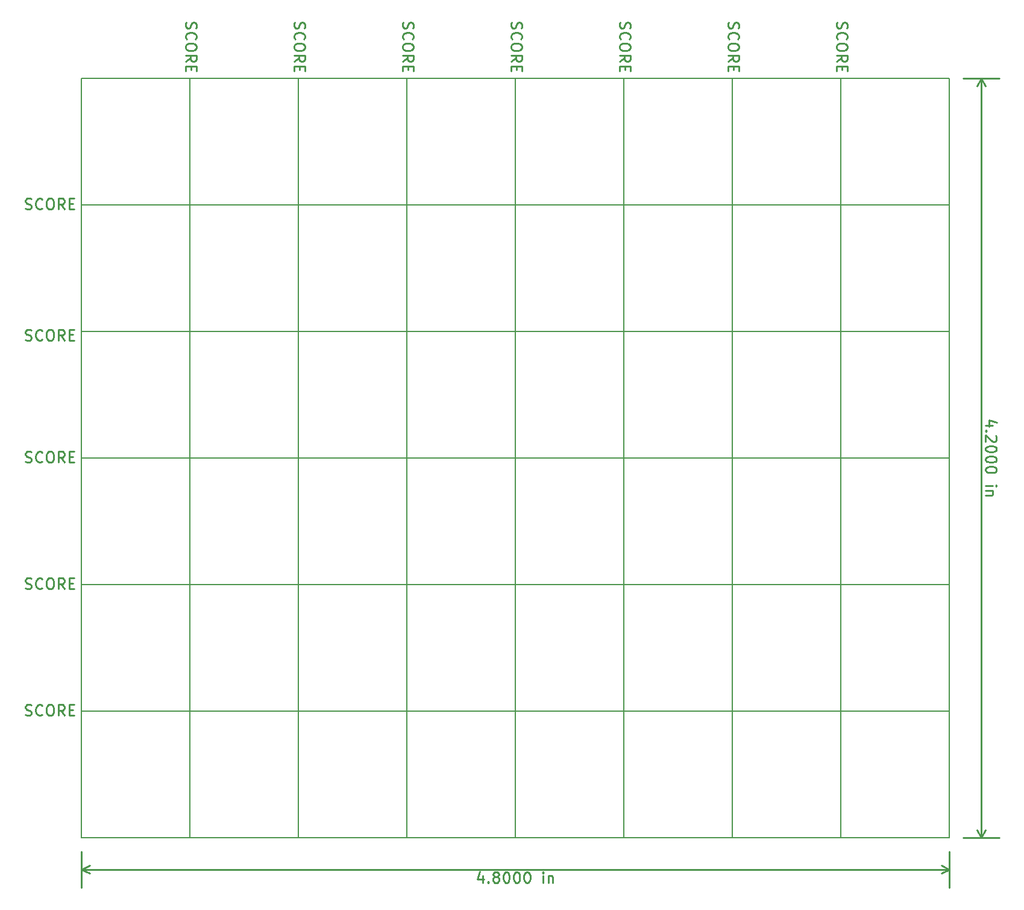
<source format=gbr>
G04 (created by PCBNEW (2013-07-07 BZR 4022)-stable) date 11/9/2013 6:45:55 PM*
%MOIN*%
G04 Gerber Fmt 3.4, Leading zero omitted, Abs format*
%FSLAX34Y34*%
G01*
G70*
G90*
G04 APERTURE LIST*
%ADD10C,0.006*%
%ADD11C,0.01*%
%ADD12C,0.005*%
G04 APERTURE END LIST*
G54D10*
G54D11*
X31935Y-76842D02*
X31935Y-77242D01*
X31792Y-76614D02*
X31650Y-77042D01*
X32021Y-77042D01*
X32250Y-77185D02*
X32278Y-77214D01*
X32250Y-77242D01*
X32221Y-77214D01*
X32250Y-77185D01*
X32250Y-77242D01*
X32621Y-76899D02*
X32564Y-76871D01*
X32535Y-76842D01*
X32507Y-76785D01*
X32507Y-76757D01*
X32535Y-76699D01*
X32564Y-76671D01*
X32621Y-76642D01*
X32735Y-76642D01*
X32792Y-76671D01*
X32821Y-76699D01*
X32850Y-76757D01*
X32850Y-76785D01*
X32821Y-76842D01*
X32792Y-76871D01*
X32735Y-76899D01*
X32621Y-76899D01*
X32564Y-76928D01*
X32535Y-76957D01*
X32507Y-77014D01*
X32507Y-77128D01*
X32535Y-77185D01*
X32564Y-77214D01*
X32621Y-77242D01*
X32735Y-77242D01*
X32792Y-77214D01*
X32821Y-77185D01*
X32850Y-77128D01*
X32850Y-77014D01*
X32821Y-76957D01*
X32792Y-76928D01*
X32735Y-76899D01*
X33221Y-76642D02*
X33278Y-76642D01*
X33335Y-76671D01*
X33364Y-76699D01*
X33392Y-76757D01*
X33421Y-76871D01*
X33421Y-77014D01*
X33392Y-77128D01*
X33364Y-77185D01*
X33335Y-77214D01*
X33278Y-77242D01*
X33221Y-77242D01*
X33164Y-77214D01*
X33135Y-77185D01*
X33107Y-77128D01*
X33078Y-77014D01*
X33078Y-76871D01*
X33107Y-76757D01*
X33135Y-76699D01*
X33164Y-76671D01*
X33221Y-76642D01*
X33792Y-76642D02*
X33850Y-76642D01*
X33907Y-76671D01*
X33935Y-76699D01*
X33964Y-76757D01*
X33992Y-76871D01*
X33992Y-77014D01*
X33964Y-77128D01*
X33935Y-77185D01*
X33907Y-77214D01*
X33850Y-77242D01*
X33792Y-77242D01*
X33735Y-77214D01*
X33707Y-77185D01*
X33678Y-77128D01*
X33650Y-77014D01*
X33650Y-76871D01*
X33678Y-76757D01*
X33707Y-76699D01*
X33735Y-76671D01*
X33792Y-76642D01*
X34364Y-76642D02*
X34421Y-76642D01*
X34478Y-76671D01*
X34507Y-76699D01*
X34535Y-76757D01*
X34564Y-76871D01*
X34564Y-77014D01*
X34535Y-77128D01*
X34507Y-77185D01*
X34478Y-77214D01*
X34421Y-77242D01*
X34364Y-77242D01*
X34307Y-77214D01*
X34278Y-77185D01*
X34250Y-77128D01*
X34221Y-77014D01*
X34221Y-76871D01*
X34250Y-76757D01*
X34278Y-76699D01*
X34307Y-76671D01*
X34364Y-76642D01*
X35278Y-77242D02*
X35278Y-76842D01*
X35278Y-76642D02*
X35250Y-76671D01*
X35278Y-76699D01*
X35307Y-76671D01*
X35278Y-76642D01*
X35278Y-76699D01*
X35564Y-76842D02*
X35564Y-77242D01*
X35564Y-76899D02*
X35592Y-76871D01*
X35650Y-76842D01*
X35735Y-76842D01*
X35792Y-76871D01*
X35821Y-76928D01*
X35821Y-77242D01*
X9750Y-76499D02*
X57750Y-76499D01*
X9750Y-75500D02*
X9750Y-77499D01*
X57750Y-75500D02*
X57750Y-77499D01*
X57750Y-76499D02*
X57306Y-76730D01*
X57750Y-76499D02*
X57306Y-76269D01*
X9750Y-76499D02*
X10193Y-76730D01*
X9750Y-76499D02*
X10193Y-76269D01*
X60157Y-51935D02*
X59757Y-51935D01*
X60385Y-51792D02*
X59957Y-51650D01*
X59957Y-52021D01*
X59814Y-52250D02*
X59785Y-52278D01*
X59757Y-52250D01*
X59785Y-52221D01*
X59814Y-52250D01*
X59757Y-52250D01*
X60299Y-52507D02*
X60328Y-52535D01*
X60357Y-52592D01*
X60357Y-52735D01*
X60328Y-52792D01*
X60299Y-52821D01*
X60242Y-52850D01*
X60185Y-52850D01*
X60099Y-52821D01*
X59757Y-52478D01*
X59757Y-52850D01*
X60357Y-53221D02*
X60357Y-53278D01*
X60328Y-53335D01*
X60299Y-53364D01*
X60242Y-53392D01*
X60128Y-53421D01*
X59985Y-53421D01*
X59871Y-53392D01*
X59814Y-53364D01*
X59785Y-53335D01*
X59757Y-53278D01*
X59757Y-53221D01*
X59785Y-53164D01*
X59814Y-53135D01*
X59871Y-53107D01*
X59985Y-53078D01*
X60128Y-53078D01*
X60242Y-53107D01*
X60299Y-53135D01*
X60328Y-53164D01*
X60357Y-53221D01*
X60357Y-53792D02*
X60357Y-53850D01*
X60328Y-53907D01*
X60299Y-53935D01*
X60242Y-53964D01*
X60128Y-53992D01*
X59985Y-53992D01*
X59871Y-53964D01*
X59814Y-53935D01*
X59785Y-53907D01*
X59757Y-53850D01*
X59757Y-53792D01*
X59785Y-53735D01*
X59814Y-53707D01*
X59871Y-53678D01*
X59985Y-53650D01*
X60128Y-53650D01*
X60242Y-53678D01*
X60299Y-53707D01*
X60328Y-53735D01*
X60357Y-53792D01*
X60357Y-54364D02*
X60357Y-54421D01*
X60328Y-54478D01*
X60299Y-54507D01*
X60242Y-54535D01*
X60128Y-54564D01*
X59985Y-54564D01*
X59871Y-54535D01*
X59814Y-54507D01*
X59785Y-54478D01*
X59757Y-54421D01*
X59757Y-54364D01*
X59785Y-54307D01*
X59814Y-54278D01*
X59871Y-54250D01*
X59985Y-54221D01*
X60128Y-54221D01*
X60242Y-54250D01*
X60299Y-54278D01*
X60328Y-54307D01*
X60357Y-54364D01*
X59757Y-55278D02*
X60157Y-55278D01*
X60357Y-55278D02*
X60328Y-55250D01*
X60299Y-55278D01*
X60328Y-55307D01*
X60357Y-55278D01*
X60299Y-55278D01*
X60157Y-55564D02*
X59757Y-55564D01*
X60099Y-55564D02*
X60128Y-55592D01*
X60157Y-55650D01*
X60157Y-55735D01*
X60128Y-55792D01*
X60071Y-55821D01*
X59757Y-55821D01*
X59499Y-32750D02*
X59499Y-74750D01*
X58500Y-32750D02*
X60499Y-32750D01*
X58500Y-74750D02*
X60499Y-74750D01*
X59499Y-74750D02*
X59269Y-74306D01*
X59499Y-74750D02*
X59730Y-74306D01*
X59499Y-32750D02*
X59269Y-33193D01*
X59499Y-32750D02*
X59730Y-33193D01*
X33535Y-29642D02*
X33507Y-29728D01*
X33507Y-29871D01*
X33535Y-29928D01*
X33564Y-29957D01*
X33621Y-29985D01*
X33678Y-29985D01*
X33735Y-29957D01*
X33764Y-29928D01*
X33792Y-29871D01*
X33821Y-29757D01*
X33850Y-29700D01*
X33878Y-29671D01*
X33935Y-29642D01*
X33992Y-29642D01*
X34050Y-29671D01*
X34078Y-29700D01*
X34107Y-29757D01*
X34107Y-29900D01*
X34078Y-29985D01*
X33564Y-30585D02*
X33535Y-30557D01*
X33507Y-30471D01*
X33507Y-30414D01*
X33535Y-30328D01*
X33592Y-30271D01*
X33650Y-30242D01*
X33764Y-30214D01*
X33850Y-30214D01*
X33964Y-30242D01*
X34021Y-30271D01*
X34078Y-30328D01*
X34107Y-30414D01*
X34107Y-30471D01*
X34078Y-30557D01*
X34050Y-30585D01*
X34107Y-30957D02*
X34107Y-31071D01*
X34078Y-31128D01*
X34021Y-31185D01*
X33907Y-31214D01*
X33707Y-31214D01*
X33592Y-31185D01*
X33535Y-31128D01*
X33507Y-31071D01*
X33507Y-30957D01*
X33535Y-30900D01*
X33592Y-30842D01*
X33707Y-30814D01*
X33907Y-30814D01*
X34021Y-30842D01*
X34078Y-30900D01*
X34107Y-30957D01*
X33507Y-31814D02*
X33792Y-31614D01*
X33507Y-31471D02*
X34107Y-31471D01*
X34107Y-31700D01*
X34078Y-31757D01*
X34050Y-31785D01*
X33992Y-31814D01*
X33907Y-31814D01*
X33850Y-31785D01*
X33821Y-31757D01*
X33792Y-31700D01*
X33792Y-31471D01*
X33821Y-32071D02*
X33821Y-32271D01*
X33507Y-32357D02*
X33507Y-32071D01*
X34107Y-32071D01*
X34107Y-32357D01*
G54D12*
X33750Y-32750D02*
X57750Y-32750D01*
X57750Y-32750D02*
X57750Y-74750D01*
X57750Y-74750D02*
X33750Y-74750D01*
X39750Y-32750D02*
X39750Y-74750D01*
X45750Y-74750D02*
X45750Y-32750D01*
X51750Y-32750D02*
X51750Y-74750D01*
X33750Y-39750D02*
X57750Y-39750D01*
X57750Y-46750D02*
X33750Y-46750D01*
X33750Y-53750D02*
X57750Y-53750D01*
X57750Y-60750D02*
X33750Y-60750D01*
X33750Y-67750D02*
X57750Y-67750D01*
G54D11*
X39535Y-29642D02*
X39507Y-29728D01*
X39507Y-29871D01*
X39535Y-29928D01*
X39564Y-29957D01*
X39621Y-29985D01*
X39678Y-29985D01*
X39735Y-29957D01*
X39764Y-29928D01*
X39792Y-29871D01*
X39821Y-29757D01*
X39850Y-29700D01*
X39878Y-29671D01*
X39935Y-29642D01*
X39992Y-29642D01*
X40050Y-29671D01*
X40078Y-29700D01*
X40107Y-29757D01*
X40107Y-29900D01*
X40078Y-29985D01*
X39564Y-30585D02*
X39535Y-30557D01*
X39507Y-30471D01*
X39507Y-30414D01*
X39535Y-30328D01*
X39592Y-30271D01*
X39650Y-30242D01*
X39764Y-30214D01*
X39850Y-30214D01*
X39964Y-30242D01*
X40021Y-30271D01*
X40078Y-30328D01*
X40107Y-30414D01*
X40107Y-30471D01*
X40078Y-30557D01*
X40050Y-30585D01*
X40107Y-30957D02*
X40107Y-31071D01*
X40078Y-31128D01*
X40021Y-31185D01*
X39907Y-31214D01*
X39707Y-31214D01*
X39592Y-31185D01*
X39535Y-31128D01*
X39507Y-31071D01*
X39507Y-30957D01*
X39535Y-30900D01*
X39592Y-30842D01*
X39707Y-30814D01*
X39907Y-30814D01*
X40021Y-30842D01*
X40078Y-30900D01*
X40107Y-30957D01*
X39507Y-31814D02*
X39792Y-31614D01*
X39507Y-31471D02*
X40107Y-31471D01*
X40107Y-31700D01*
X40078Y-31757D01*
X40050Y-31785D01*
X39992Y-31814D01*
X39907Y-31814D01*
X39850Y-31785D01*
X39821Y-31757D01*
X39792Y-31700D01*
X39792Y-31471D01*
X39821Y-32071D02*
X39821Y-32271D01*
X39507Y-32357D02*
X39507Y-32071D01*
X40107Y-32071D01*
X40107Y-32357D01*
X45535Y-29642D02*
X45507Y-29728D01*
X45507Y-29871D01*
X45535Y-29928D01*
X45564Y-29957D01*
X45621Y-29985D01*
X45678Y-29985D01*
X45735Y-29957D01*
X45764Y-29928D01*
X45792Y-29871D01*
X45821Y-29757D01*
X45850Y-29700D01*
X45878Y-29671D01*
X45935Y-29642D01*
X45992Y-29642D01*
X46050Y-29671D01*
X46078Y-29700D01*
X46107Y-29757D01*
X46107Y-29900D01*
X46078Y-29985D01*
X45564Y-30585D02*
X45535Y-30557D01*
X45507Y-30471D01*
X45507Y-30414D01*
X45535Y-30328D01*
X45592Y-30271D01*
X45650Y-30242D01*
X45764Y-30214D01*
X45850Y-30214D01*
X45964Y-30242D01*
X46021Y-30271D01*
X46078Y-30328D01*
X46107Y-30414D01*
X46107Y-30471D01*
X46078Y-30557D01*
X46050Y-30585D01*
X46107Y-30957D02*
X46107Y-31071D01*
X46078Y-31128D01*
X46021Y-31185D01*
X45907Y-31214D01*
X45707Y-31214D01*
X45592Y-31185D01*
X45535Y-31128D01*
X45507Y-31071D01*
X45507Y-30957D01*
X45535Y-30900D01*
X45592Y-30842D01*
X45707Y-30814D01*
X45907Y-30814D01*
X46021Y-30842D01*
X46078Y-30900D01*
X46107Y-30957D01*
X45507Y-31814D02*
X45792Y-31614D01*
X45507Y-31471D02*
X46107Y-31471D01*
X46107Y-31700D01*
X46078Y-31757D01*
X46050Y-31785D01*
X45992Y-31814D01*
X45907Y-31814D01*
X45850Y-31785D01*
X45821Y-31757D01*
X45792Y-31700D01*
X45792Y-31471D01*
X45821Y-32071D02*
X45821Y-32271D01*
X45507Y-32357D02*
X45507Y-32071D01*
X46107Y-32071D01*
X46107Y-32357D01*
X51535Y-29642D02*
X51507Y-29728D01*
X51507Y-29871D01*
X51535Y-29928D01*
X51564Y-29957D01*
X51621Y-29985D01*
X51678Y-29985D01*
X51735Y-29957D01*
X51764Y-29928D01*
X51792Y-29871D01*
X51821Y-29757D01*
X51850Y-29700D01*
X51878Y-29671D01*
X51935Y-29642D01*
X51992Y-29642D01*
X52050Y-29671D01*
X52078Y-29700D01*
X52107Y-29757D01*
X52107Y-29900D01*
X52078Y-29985D01*
X51564Y-30585D02*
X51535Y-30557D01*
X51507Y-30471D01*
X51507Y-30414D01*
X51535Y-30328D01*
X51592Y-30271D01*
X51650Y-30242D01*
X51764Y-30214D01*
X51850Y-30214D01*
X51964Y-30242D01*
X52021Y-30271D01*
X52078Y-30328D01*
X52107Y-30414D01*
X52107Y-30471D01*
X52078Y-30557D01*
X52050Y-30585D01*
X52107Y-30957D02*
X52107Y-31071D01*
X52078Y-31128D01*
X52021Y-31185D01*
X51907Y-31214D01*
X51707Y-31214D01*
X51592Y-31185D01*
X51535Y-31128D01*
X51507Y-31071D01*
X51507Y-30957D01*
X51535Y-30900D01*
X51592Y-30842D01*
X51707Y-30814D01*
X51907Y-30814D01*
X52021Y-30842D01*
X52078Y-30900D01*
X52107Y-30957D01*
X51507Y-31814D02*
X51792Y-31614D01*
X51507Y-31471D02*
X52107Y-31471D01*
X52107Y-31700D01*
X52078Y-31757D01*
X52050Y-31785D01*
X51992Y-31814D01*
X51907Y-31814D01*
X51850Y-31785D01*
X51821Y-31757D01*
X51792Y-31700D01*
X51792Y-31471D01*
X51821Y-32071D02*
X51821Y-32271D01*
X51507Y-32357D02*
X51507Y-32071D01*
X52107Y-32071D01*
X52107Y-32357D01*
X27535Y-29642D02*
X27507Y-29728D01*
X27507Y-29871D01*
X27535Y-29928D01*
X27564Y-29957D01*
X27621Y-29985D01*
X27678Y-29985D01*
X27735Y-29957D01*
X27764Y-29928D01*
X27792Y-29871D01*
X27821Y-29757D01*
X27850Y-29700D01*
X27878Y-29671D01*
X27935Y-29642D01*
X27992Y-29642D01*
X28050Y-29671D01*
X28078Y-29700D01*
X28107Y-29757D01*
X28107Y-29900D01*
X28078Y-29985D01*
X27564Y-30585D02*
X27535Y-30557D01*
X27507Y-30471D01*
X27507Y-30414D01*
X27535Y-30328D01*
X27592Y-30271D01*
X27650Y-30242D01*
X27764Y-30214D01*
X27850Y-30214D01*
X27964Y-30242D01*
X28021Y-30271D01*
X28078Y-30328D01*
X28107Y-30414D01*
X28107Y-30471D01*
X28078Y-30557D01*
X28050Y-30585D01*
X28107Y-30957D02*
X28107Y-31071D01*
X28078Y-31128D01*
X28021Y-31185D01*
X27907Y-31214D01*
X27707Y-31214D01*
X27592Y-31185D01*
X27535Y-31128D01*
X27507Y-31071D01*
X27507Y-30957D01*
X27535Y-30900D01*
X27592Y-30842D01*
X27707Y-30814D01*
X27907Y-30814D01*
X28021Y-30842D01*
X28078Y-30900D01*
X28107Y-30957D01*
X27507Y-31814D02*
X27792Y-31614D01*
X27507Y-31471D02*
X28107Y-31471D01*
X28107Y-31700D01*
X28078Y-31757D01*
X28050Y-31785D01*
X27992Y-31814D01*
X27907Y-31814D01*
X27850Y-31785D01*
X27821Y-31757D01*
X27792Y-31700D01*
X27792Y-31471D01*
X27821Y-32071D02*
X27821Y-32271D01*
X27507Y-32357D02*
X27507Y-32071D01*
X28107Y-32071D01*
X28107Y-32357D01*
X21535Y-29642D02*
X21507Y-29728D01*
X21507Y-29871D01*
X21535Y-29928D01*
X21564Y-29957D01*
X21621Y-29985D01*
X21678Y-29985D01*
X21735Y-29957D01*
X21764Y-29928D01*
X21792Y-29871D01*
X21821Y-29757D01*
X21850Y-29700D01*
X21878Y-29671D01*
X21935Y-29642D01*
X21992Y-29642D01*
X22050Y-29671D01*
X22078Y-29700D01*
X22107Y-29757D01*
X22107Y-29900D01*
X22078Y-29985D01*
X21564Y-30585D02*
X21535Y-30557D01*
X21507Y-30471D01*
X21507Y-30414D01*
X21535Y-30328D01*
X21592Y-30271D01*
X21650Y-30242D01*
X21764Y-30214D01*
X21850Y-30214D01*
X21964Y-30242D01*
X22021Y-30271D01*
X22078Y-30328D01*
X22107Y-30414D01*
X22107Y-30471D01*
X22078Y-30557D01*
X22050Y-30585D01*
X22107Y-30957D02*
X22107Y-31071D01*
X22078Y-31128D01*
X22021Y-31185D01*
X21907Y-31214D01*
X21707Y-31214D01*
X21592Y-31185D01*
X21535Y-31128D01*
X21507Y-31071D01*
X21507Y-30957D01*
X21535Y-30900D01*
X21592Y-30842D01*
X21707Y-30814D01*
X21907Y-30814D01*
X22021Y-30842D01*
X22078Y-30900D01*
X22107Y-30957D01*
X21507Y-31814D02*
X21792Y-31614D01*
X21507Y-31471D02*
X22107Y-31471D01*
X22107Y-31700D01*
X22078Y-31757D01*
X22050Y-31785D01*
X21992Y-31814D01*
X21907Y-31814D01*
X21850Y-31785D01*
X21821Y-31757D01*
X21792Y-31700D01*
X21792Y-31471D01*
X21821Y-32071D02*
X21821Y-32271D01*
X21507Y-32357D02*
X21507Y-32071D01*
X22107Y-32071D01*
X22107Y-32357D01*
X15535Y-29642D02*
X15507Y-29728D01*
X15507Y-29871D01*
X15535Y-29928D01*
X15564Y-29957D01*
X15621Y-29985D01*
X15678Y-29985D01*
X15735Y-29957D01*
X15764Y-29928D01*
X15792Y-29871D01*
X15821Y-29757D01*
X15850Y-29700D01*
X15878Y-29671D01*
X15935Y-29642D01*
X15992Y-29642D01*
X16050Y-29671D01*
X16078Y-29700D01*
X16107Y-29757D01*
X16107Y-29900D01*
X16078Y-29985D01*
X15564Y-30585D02*
X15535Y-30557D01*
X15507Y-30471D01*
X15507Y-30414D01*
X15535Y-30328D01*
X15592Y-30271D01*
X15650Y-30242D01*
X15764Y-30214D01*
X15850Y-30214D01*
X15964Y-30242D01*
X16021Y-30271D01*
X16078Y-30328D01*
X16107Y-30414D01*
X16107Y-30471D01*
X16078Y-30557D01*
X16050Y-30585D01*
X16107Y-30957D02*
X16107Y-31071D01*
X16078Y-31128D01*
X16021Y-31185D01*
X15907Y-31214D01*
X15707Y-31214D01*
X15592Y-31185D01*
X15535Y-31128D01*
X15507Y-31071D01*
X15507Y-30957D01*
X15535Y-30900D01*
X15592Y-30842D01*
X15707Y-30814D01*
X15907Y-30814D01*
X16021Y-30842D01*
X16078Y-30900D01*
X16107Y-30957D01*
X15507Y-31814D02*
X15792Y-31614D01*
X15507Y-31471D02*
X16107Y-31471D01*
X16107Y-31700D01*
X16078Y-31757D01*
X16050Y-31785D01*
X15992Y-31814D01*
X15907Y-31814D01*
X15850Y-31785D01*
X15821Y-31757D01*
X15792Y-31700D01*
X15792Y-31471D01*
X15821Y-32071D02*
X15821Y-32271D01*
X15507Y-32357D02*
X15507Y-32071D01*
X16107Y-32071D01*
X16107Y-32357D01*
X6642Y-67964D02*
X6728Y-67992D01*
X6871Y-67992D01*
X6928Y-67964D01*
X6957Y-67935D01*
X6985Y-67878D01*
X6985Y-67821D01*
X6957Y-67764D01*
X6928Y-67735D01*
X6871Y-67707D01*
X6757Y-67678D01*
X6700Y-67650D01*
X6671Y-67621D01*
X6642Y-67564D01*
X6642Y-67507D01*
X6671Y-67450D01*
X6700Y-67421D01*
X6757Y-67392D01*
X6900Y-67392D01*
X6985Y-67421D01*
X7585Y-67935D02*
X7557Y-67964D01*
X7471Y-67992D01*
X7414Y-67992D01*
X7328Y-67964D01*
X7271Y-67907D01*
X7242Y-67850D01*
X7214Y-67735D01*
X7214Y-67650D01*
X7242Y-67535D01*
X7271Y-67478D01*
X7328Y-67421D01*
X7414Y-67392D01*
X7471Y-67392D01*
X7557Y-67421D01*
X7585Y-67450D01*
X7957Y-67392D02*
X8071Y-67392D01*
X8128Y-67421D01*
X8185Y-67478D01*
X8214Y-67592D01*
X8214Y-67792D01*
X8185Y-67907D01*
X8128Y-67964D01*
X8071Y-67992D01*
X7957Y-67992D01*
X7900Y-67964D01*
X7842Y-67907D01*
X7814Y-67792D01*
X7814Y-67592D01*
X7842Y-67478D01*
X7900Y-67421D01*
X7957Y-67392D01*
X8814Y-67992D02*
X8614Y-67707D01*
X8471Y-67992D02*
X8471Y-67392D01*
X8700Y-67392D01*
X8757Y-67421D01*
X8785Y-67450D01*
X8814Y-67507D01*
X8814Y-67592D01*
X8785Y-67650D01*
X8757Y-67678D01*
X8700Y-67707D01*
X8471Y-67707D01*
X9071Y-67678D02*
X9271Y-67678D01*
X9357Y-67992D02*
X9071Y-67992D01*
X9071Y-67392D01*
X9357Y-67392D01*
X6642Y-60964D02*
X6728Y-60992D01*
X6871Y-60992D01*
X6928Y-60964D01*
X6957Y-60935D01*
X6985Y-60878D01*
X6985Y-60821D01*
X6957Y-60764D01*
X6928Y-60735D01*
X6871Y-60707D01*
X6757Y-60678D01*
X6700Y-60650D01*
X6671Y-60621D01*
X6642Y-60564D01*
X6642Y-60507D01*
X6671Y-60450D01*
X6700Y-60421D01*
X6757Y-60392D01*
X6900Y-60392D01*
X6985Y-60421D01*
X7585Y-60935D02*
X7557Y-60964D01*
X7471Y-60992D01*
X7414Y-60992D01*
X7328Y-60964D01*
X7271Y-60907D01*
X7242Y-60850D01*
X7214Y-60735D01*
X7214Y-60650D01*
X7242Y-60535D01*
X7271Y-60478D01*
X7328Y-60421D01*
X7414Y-60392D01*
X7471Y-60392D01*
X7557Y-60421D01*
X7585Y-60450D01*
X7957Y-60392D02*
X8071Y-60392D01*
X8128Y-60421D01*
X8185Y-60478D01*
X8214Y-60592D01*
X8214Y-60792D01*
X8185Y-60907D01*
X8128Y-60964D01*
X8071Y-60992D01*
X7957Y-60992D01*
X7900Y-60964D01*
X7842Y-60907D01*
X7814Y-60792D01*
X7814Y-60592D01*
X7842Y-60478D01*
X7900Y-60421D01*
X7957Y-60392D01*
X8814Y-60992D02*
X8614Y-60707D01*
X8471Y-60992D02*
X8471Y-60392D01*
X8700Y-60392D01*
X8757Y-60421D01*
X8785Y-60450D01*
X8814Y-60507D01*
X8814Y-60592D01*
X8785Y-60650D01*
X8757Y-60678D01*
X8700Y-60707D01*
X8471Y-60707D01*
X9071Y-60678D02*
X9271Y-60678D01*
X9357Y-60992D02*
X9071Y-60992D01*
X9071Y-60392D01*
X9357Y-60392D01*
X6642Y-53964D02*
X6728Y-53992D01*
X6871Y-53992D01*
X6928Y-53964D01*
X6957Y-53935D01*
X6985Y-53878D01*
X6985Y-53821D01*
X6957Y-53764D01*
X6928Y-53735D01*
X6871Y-53707D01*
X6757Y-53678D01*
X6700Y-53650D01*
X6671Y-53621D01*
X6642Y-53564D01*
X6642Y-53507D01*
X6671Y-53450D01*
X6700Y-53421D01*
X6757Y-53392D01*
X6900Y-53392D01*
X6985Y-53421D01*
X7585Y-53935D02*
X7557Y-53964D01*
X7471Y-53992D01*
X7414Y-53992D01*
X7328Y-53964D01*
X7271Y-53907D01*
X7242Y-53850D01*
X7214Y-53735D01*
X7214Y-53650D01*
X7242Y-53535D01*
X7271Y-53478D01*
X7328Y-53421D01*
X7414Y-53392D01*
X7471Y-53392D01*
X7557Y-53421D01*
X7585Y-53450D01*
X7957Y-53392D02*
X8071Y-53392D01*
X8128Y-53421D01*
X8185Y-53478D01*
X8214Y-53592D01*
X8214Y-53792D01*
X8185Y-53907D01*
X8128Y-53964D01*
X8071Y-53992D01*
X7957Y-53992D01*
X7900Y-53964D01*
X7842Y-53907D01*
X7814Y-53792D01*
X7814Y-53592D01*
X7842Y-53478D01*
X7900Y-53421D01*
X7957Y-53392D01*
X8814Y-53992D02*
X8614Y-53707D01*
X8471Y-53992D02*
X8471Y-53392D01*
X8700Y-53392D01*
X8757Y-53421D01*
X8785Y-53450D01*
X8814Y-53507D01*
X8814Y-53592D01*
X8785Y-53650D01*
X8757Y-53678D01*
X8700Y-53707D01*
X8471Y-53707D01*
X9071Y-53678D02*
X9271Y-53678D01*
X9357Y-53992D02*
X9071Y-53992D01*
X9071Y-53392D01*
X9357Y-53392D01*
X6642Y-47214D02*
X6728Y-47242D01*
X6871Y-47242D01*
X6928Y-47214D01*
X6957Y-47185D01*
X6985Y-47128D01*
X6985Y-47071D01*
X6957Y-47014D01*
X6928Y-46985D01*
X6871Y-46957D01*
X6757Y-46928D01*
X6700Y-46900D01*
X6671Y-46871D01*
X6642Y-46814D01*
X6642Y-46757D01*
X6671Y-46700D01*
X6700Y-46671D01*
X6757Y-46642D01*
X6900Y-46642D01*
X6985Y-46671D01*
X7585Y-47185D02*
X7557Y-47214D01*
X7471Y-47242D01*
X7414Y-47242D01*
X7328Y-47214D01*
X7271Y-47157D01*
X7242Y-47100D01*
X7214Y-46985D01*
X7214Y-46900D01*
X7242Y-46785D01*
X7271Y-46728D01*
X7328Y-46671D01*
X7414Y-46642D01*
X7471Y-46642D01*
X7557Y-46671D01*
X7585Y-46700D01*
X7957Y-46642D02*
X8071Y-46642D01*
X8128Y-46671D01*
X8185Y-46728D01*
X8214Y-46842D01*
X8214Y-47042D01*
X8185Y-47157D01*
X8128Y-47214D01*
X8071Y-47242D01*
X7957Y-47242D01*
X7900Y-47214D01*
X7842Y-47157D01*
X7814Y-47042D01*
X7814Y-46842D01*
X7842Y-46728D01*
X7900Y-46671D01*
X7957Y-46642D01*
X8814Y-47242D02*
X8614Y-46957D01*
X8471Y-47242D02*
X8471Y-46642D01*
X8700Y-46642D01*
X8757Y-46671D01*
X8785Y-46700D01*
X8814Y-46757D01*
X8814Y-46842D01*
X8785Y-46900D01*
X8757Y-46928D01*
X8700Y-46957D01*
X8471Y-46957D01*
X9071Y-46928D02*
X9271Y-46928D01*
X9357Y-47242D02*
X9071Y-47242D01*
X9071Y-46642D01*
X9357Y-46642D01*
X6642Y-39964D02*
X6728Y-39992D01*
X6871Y-39992D01*
X6928Y-39964D01*
X6957Y-39935D01*
X6985Y-39878D01*
X6985Y-39821D01*
X6957Y-39764D01*
X6928Y-39735D01*
X6871Y-39707D01*
X6757Y-39678D01*
X6700Y-39650D01*
X6671Y-39621D01*
X6642Y-39564D01*
X6642Y-39507D01*
X6671Y-39450D01*
X6700Y-39421D01*
X6757Y-39392D01*
X6900Y-39392D01*
X6985Y-39421D01*
X7585Y-39935D02*
X7557Y-39964D01*
X7471Y-39992D01*
X7414Y-39992D01*
X7328Y-39964D01*
X7271Y-39907D01*
X7242Y-39850D01*
X7214Y-39735D01*
X7214Y-39650D01*
X7242Y-39535D01*
X7271Y-39478D01*
X7328Y-39421D01*
X7414Y-39392D01*
X7471Y-39392D01*
X7557Y-39421D01*
X7585Y-39450D01*
X7957Y-39392D02*
X8071Y-39392D01*
X8128Y-39421D01*
X8185Y-39478D01*
X8214Y-39592D01*
X8214Y-39792D01*
X8185Y-39907D01*
X8128Y-39964D01*
X8071Y-39992D01*
X7957Y-39992D01*
X7900Y-39964D01*
X7842Y-39907D01*
X7814Y-39792D01*
X7814Y-39592D01*
X7842Y-39478D01*
X7900Y-39421D01*
X7957Y-39392D01*
X8814Y-39992D02*
X8614Y-39707D01*
X8471Y-39992D02*
X8471Y-39392D01*
X8700Y-39392D01*
X8757Y-39421D01*
X8785Y-39450D01*
X8814Y-39507D01*
X8814Y-39592D01*
X8785Y-39650D01*
X8757Y-39678D01*
X8700Y-39707D01*
X8471Y-39707D01*
X9071Y-39678D02*
X9271Y-39678D01*
X9357Y-39992D02*
X9071Y-39992D01*
X9071Y-39392D01*
X9357Y-39392D01*
G54D12*
X9750Y-67750D02*
X33750Y-67750D01*
X33750Y-60750D02*
X9750Y-60750D01*
X9750Y-53750D02*
X33750Y-53750D01*
X33750Y-46750D02*
X9750Y-46750D01*
X9750Y-39750D02*
X33750Y-39750D01*
X27750Y-32750D02*
X27750Y-74750D01*
X21750Y-74750D02*
X21750Y-32750D01*
X15750Y-32750D02*
X15750Y-74750D01*
X9750Y-74750D02*
X9750Y-32750D01*
X33750Y-74750D02*
X9750Y-74750D01*
X33750Y-32750D02*
X33750Y-74750D01*
X9750Y-32750D02*
X33750Y-32750D01*
M02*

</source>
